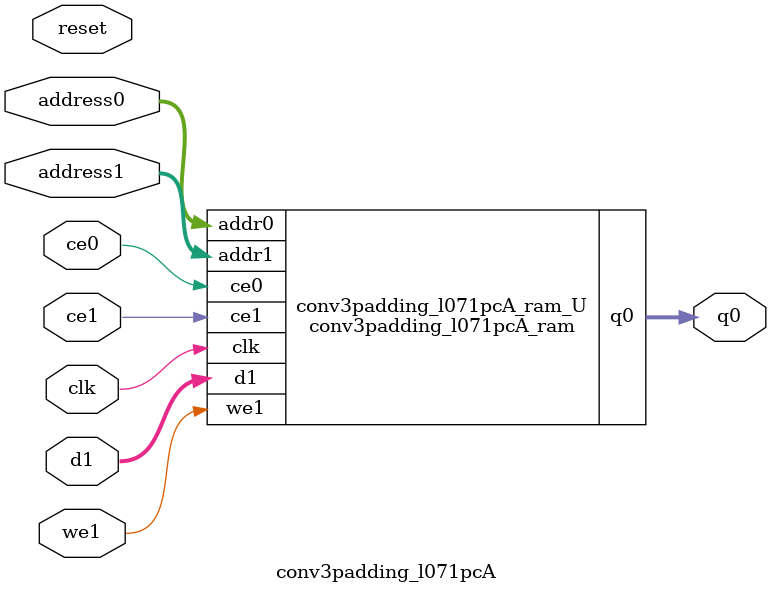
<source format=v>
`timescale 1 ns / 1 ps
module conv3padding_l071pcA_ram (addr0, ce0, q0, addr1, ce1, d1, we1,  clk);

parameter DWIDTH = 24;
parameter AWIDTH = 9;
parameter MEM_SIZE = 322;

input[AWIDTH-1:0] addr0;
input ce0;
output reg[DWIDTH-1:0] q0;
input[AWIDTH-1:0] addr1;
input ce1;
input[DWIDTH-1:0] d1;
input we1;
input clk;

(* ram_style = "block" *)reg [DWIDTH-1:0] ram[0:MEM_SIZE-1];




always @(posedge clk)  
begin 
    if (ce0) begin
        q0 <= ram[addr0];
    end
end


always @(posedge clk)  
begin 
    if (ce1) begin
        if (we1) 
            ram[addr1] <= d1; 
    end
end


endmodule

`timescale 1 ns / 1 ps
module conv3padding_l071pcA(
    reset,
    clk,
    address0,
    ce0,
    q0,
    address1,
    ce1,
    we1,
    d1);

parameter DataWidth = 32'd24;
parameter AddressRange = 32'd322;
parameter AddressWidth = 32'd9;
input reset;
input clk;
input[AddressWidth - 1:0] address0;
input ce0;
output[DataWidth - 1:0] q0;
input[AddressWidth - 1:0] address1;
input ce1;
input we1;
input[DataWidth - 1:0] d1;



conv3padding_l071pcA_ram conv3padding_l071pcA_ram_U(
    .clk( clk ),
    .addr0( address0 ),
    .ce0( ce0 ),
    .q0( q0 ),
    .addr1( address1 ),
    .ce1( ce1 ),
    .we1( we1 ),
    .d1( d1 ));

endmodule


</source>
